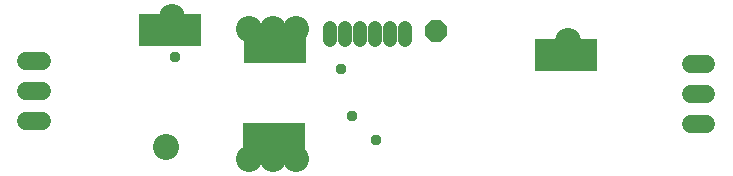
<source format=gbr>
G04 EAGLE Gerber RS-274X export*
G75*
%MOMM*%
%FSLAX34Y34*%
%LPD*%
%INSoldermask Top*%
%IPPOS*%
%AMOC8*
5,1,8,0,0,1.08239X$1,22.5*%
G01*
%ADD10C,2.203200*%
%ADD11C,1.211200*%
%ADD12P,1.951982X8X22.500000*%
%ADD13C,1.524000*%
%ADD14R,5.283200X2.743200*%
%ADD15C,0.959600*%


D10*
X147500Y43900D03*
X152500Y153900D03*
X487500Y133900D03*
X217500Y33900D03*
X237500Y33900D03*
X257500Y33900D03*
X217500Y143900D03*
X237500Y143900D03*
X257500Y143900D03*
D11*
X349250Y144740D02*
X349250Y134660D01*
X336550Y134660D02*
X336550Y144740D01*
X323850Y144740D02*
X323850Y134660D01*
X311150Y134660D02*
X311150Y144740D01*
X298450Y144740D02*
X298450Y134660D01*
X285750Y134660D02*
X285750Y144740D01*
D12*
X375600Y142500D03*
D13*
X42304Y66000D02*
X29096Y66000D01*
X29096Y91400D02*
X42304Y91400D01*
X42304Y116800D02*
X29096Y116800D01*
X591496Y114000D02*
X604704Y114000D01*
X604704Y88600D02*
X591496Y88600D01*
X591496Y63200D02*
X604704Y63200D01*
D14*
X239500Y128300D03*
X238600Y50800D03*
X150600Y142600D03*
X485600Y121800D03*
D15*
X305000Y70000D03*
X325000Y50000D03*
X295000Y110000D03*
X155000Y120000D03*
M02*

</source>
